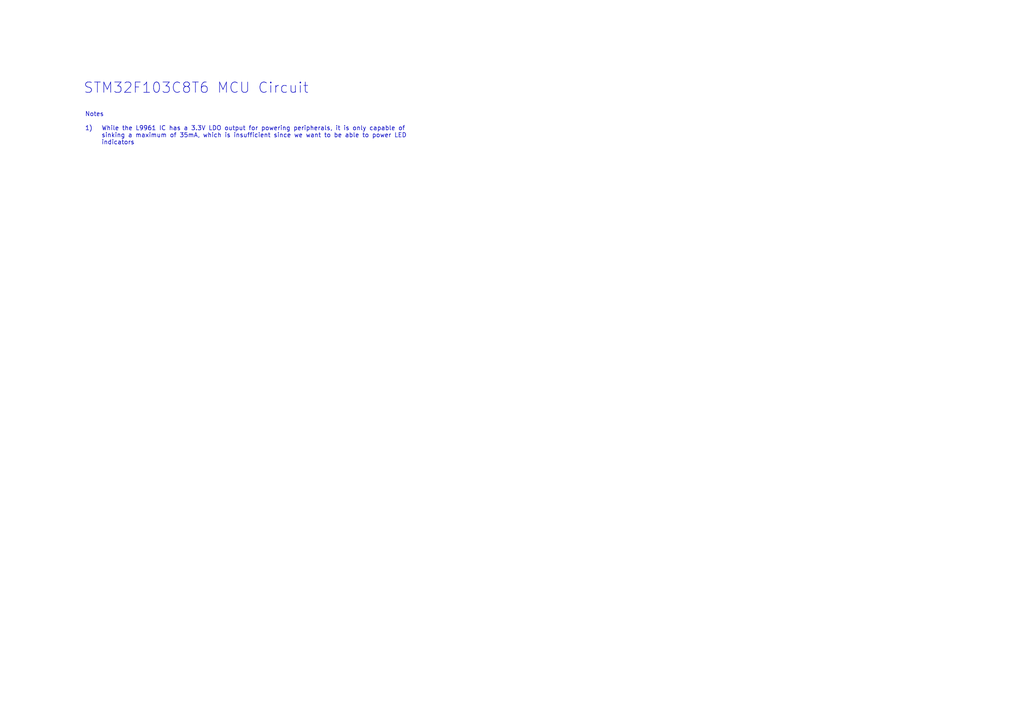
<source format=kicad_sch>
(kicad_sch
	(version 20231120)
	(generator "eeschema")
	(generator_version "8.0")
	(uuid "508a6a30-1cd0-480f-9d55-5b9c81323a9c")
	(paper "A4")
	(lib_symbols)
	(text "STM32F103C8T6 MCU Circuit"
		(exclude_from_sim no)
		(at 56.896 25.654 0)
		(effects
			(font
				(size 3 3)
			)
		)
		(uuid "234896fe-00da-4e38-b99c-89e29aed6593")
	)
	(text "Notes\n\n1)	While the L9961 IC has a 3.3V LDO output for powering peripherals, it is only capable of\n	sinking a maximum of 35mA, which is insufficient since we want to be able to power LED\n	indicators"
		(exclude_from_sim no)
		(at 24.638 37.338 0)
		(effects
			(font
				(size 1.27 1.27)
			)
			(justify left)
		)
		(uuid "f967a91c-fd09-4710-99aa-96e71f29cbb1")
	)
)

</source>
